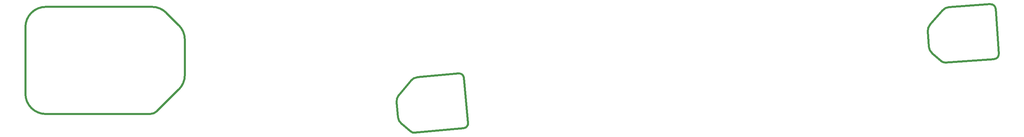
<source format=gbr>
*
G4_C Author: OrCAD GerbTool(tm) 8.1.1 Wed Jun 18 20:29:14 2003*
%LPD*%
%LNstiffbot*%
%FSLAX34Y34*%
%MOIN*%
%AD*%
%ADD10C,0.010000*%
%ADD11C,0.020000*%
%ADD26C,0.030000*%
G4_C OrCAD GerbTool Tool List *
G54D11*
G1X13038Y449D2*
G75*
G2X12332Y156I-707J707D1*
G74*
G1X2114Y157D2*
G75*
G2X114Y2158I0J2000D1*
G74*
G1X114Y8715D1*
G1X2114Y10715D2*
G75*
G3X114Y8715I0J-2000D1*
G74*
G1X12332Y157D2*
G1X2114Y157D1*
G1X2114Y10715D2*
G1X12521Y10715D1*
G75*
G2X13935Y10129I0J-2000D1*
G74*
G1X43128Y3704D2*
G75*
G3X42584Y4156I-498J-46D1*
G74*
G1X37925Y-1576D2*
G75*
G3X38291Y-1690I320J385D1*
G74*
G1X43085Y-1245D1*
G1X43537Y-701D2*
G1X43128Y3704D1*
G1X43085Y-1245D2*
G75*
G3X43537Y-701I-46J498D1*
G74*
G1X37925Y-1576D2*
G1X37006Y-812D1*
G75*
G2X36650Y-135I639J769D1*
G74*
G1X36517Y1296D1*
G75*
G2X36744Y2028I996J92D1*
G74*
G1X37906Y3428D1*
G1X38583Y3785D2*
G1X42584Y4156D1*
G1X37906Y3428D2*
G75*
G2X38583Y3785I769J-639D1*
G74*
G1X95277Y10513D2*
G75*
G3X94743Y10976I-499J-35D1*
G74*
G1X89956Y5352D2*
G75*
G3X90319Y5230I329J378D1*
G74*
G1X95121Y5566D1*
G1X95585Y6099D2*
G1X95277Y10513D1*
G1X95121Y5566D2*
G75*
G3X95585Y6099I-35J499D1*
G74*
G1X89956Y5352D2*
G1X89054Y6136D1*
G75*
G2X88713Y6821I656J755D1*
G74*
G1X88613Y8255D1*
G75*
G2X88856Y8981I997J70D1*
G74*
G1X90050Y10355D1*
G1X90735Y10696D2*
G1X94743Y10976D1*
G1X90050Y10355D2*
G75*
G2X90735Y10696I755J-656D1*
G74*
G1X13935Y10129D2*
G1X15162Y8902D1*
G1X15162Y8902D2*
G75*
G2X15748Y7488I-1414J-1414D1*
G74*
G1X13038Y449D2*
G1X15163Y2575D1*
G1X15748Y3989D2*
G1X15748Y7488D1*
G1X15163Y2575D2*
G75*
G3X15748Y3989I-1414J1414D1*
M2*

</source>
